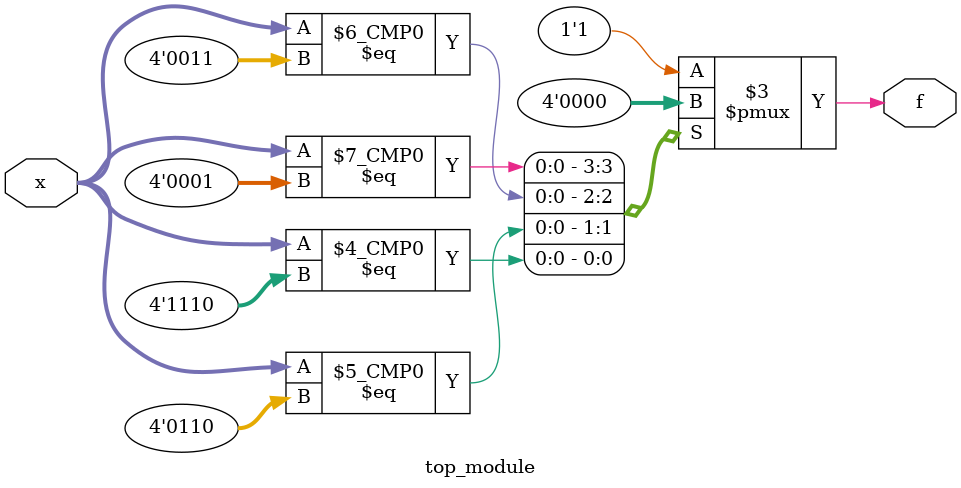
<source format=sv>
module top_module (
	input [4:1] x,
	output logic f
);

always_comb begin
	case(x)
		4'b0001: f = 1'b0;
		4'b0011: f = 1'b0;
		4'b0110: f = 1'b0;
		4'b1110: f = 1'b0;
		default: f = 1'b1;
	endcase
end

endmodule

</source>
